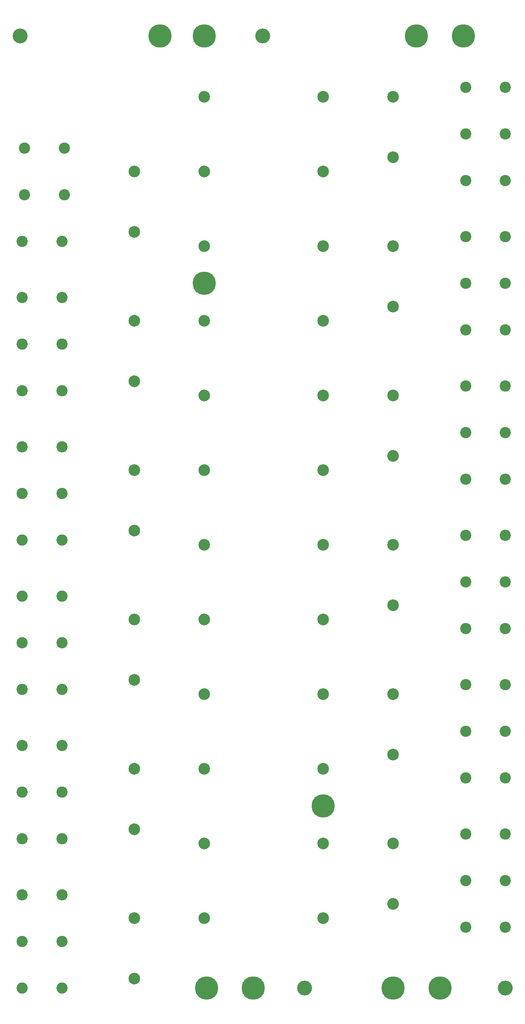
<source format=gbr>
%TF.GenerationSoftware,KiCad,Pcbnew,8.0.8*%
%TF.CreationDate,2025-05-01T13:08:28+01:00*%
%TF.ProjectId,VillardCascadingVoltageMultiplierSubcircuit,56696c6c-6172-4644-9361-73636164696e,rev?*%
%TF.SameCoordinates,Original*%
%TF.FileFunction,Copper,L1,Top*%
%TF.FilePolarity,Positive*%
%FSLAX46Y46*%
G04 Gerber Fmt 4.6, Leading zero omitted, Abs format (unit mm)*
G04 Created by KiCad (PCBNEW 8.0.8) date 2025-05-01 13:08:28*
%MOMM*%
%LPD*%
G01*
G04 APERTURE LIST*
%TA.AperFunction,ComponentPad*%
%ADD10C,2.400000*%
%TD*%
%TA.AperFunction,ComponentPad*%
%ADD11C,5.000000*%
%TD*%
%TA.AperFunction,ComponentPad*%
%ADD12C,2.500000*%
%TD*%
%TA.AperFunction,ComponentPad*%
%ADD13C,3.200000*%
%TD*%
G04 APERTURE END LIST*
D10*
%TO.P,R9,1*%
%TO.N,Net-(C3-Pad1)*%
X39500000Y-192500000D03*
%TO.P,R9,2*%
%TO.N,Net-(R8-Pad2)*%
X48000000Y-192500000D03*
%TD*%
D11*
%TO.P,J2,1,Pin_1*%
%TO.N,Net-(J1-Pin_1)*%
X89000000Y-244500000D03*
%TD*%
D10*
%TO.P,R15,1*%
%TO.N,Net-(C5-Pad1)*%
X39500000Y-160500000D03*
%TO.P,R15,2*%
%TO.N,Net-(R14-Pad2)*%
X48000000Y-160500000D03*
%TD*%
D12*
%TO.P,C10,1*%
%TO.N,Net-(C10-Pad1)*%
X119000000Y-85500000D03*
%TO.P,C10,2*%
%TO.N,Net-(C10-Pad2)*%
X119000000Y-98500000D03*
%TD*%
D13*
%TO.P,J11,1,Pin_1*%
%TO.N,unconnected-(J11-Pin_1-Pad1)*%
X100000000Y-244500000D03*
%TD*%
D10*
%TO.P,R21,1*%
%TO.N,Net-(C7-Pad1)*%
X39500000Y-128500000D03*
%TO.P,R21,2*%
%TO.N,Net-(R20-Pad2)*%
X48000000Y-128500000D03*
%TD*%
D12*
%TO.P,D11,1*%
%TO.N,Net-(J10-Pin_1)*%
X78500000Y-69500000D03*
%TO.P,D11,2*%
%TO.N,Net-(C10-Pad1)*%
X104000000Y-69500000D03*
%TD*%
D11*
%TO.P,J10,1,Pin_1*%
%TO.N,Net-(J10-Pin_1)*%
X69000000Y-40500000D03*
%TD*%
%TO.P,J8,1,Pin_1*%
%TO.N,Net-(J7-Pin_1)*%
X124000000Y-40500000D03*
%TD*%
D10*
%TO.P,R17,1*%
%TO.N,Net-(R16-Pad1)*%
X143000000Y-157500000D03*
%TO.P,R17,2*%
%TO.N,Net-(R17-Pad2)*%
X134500000Y-157500000D03*
%TD*%
D12*
%TO.P,D8,1*%
%TO.N,Net-(C10-Pad2)*%
X104000000Y-117500000D03*
%TO.P,D8,2*%
%TO.N,Net-(C7-Pad1)*%
X78500000Y-117500000D03*
%TD*%
D10*
%TO.P,R16,1*%
%TO.N,Net-(R16-Pad1)*%
X134500000Y-167500000D03*
%TO.P,R16,2*%
%TO.N,Net-(C4-Pad1)*%
X143000000Y-167500000D03*
%TD*%
%TO.P,R1,1*%
%TO.N,Net-(R1-Pad1)*%
X39500000Y-244500000D03*
%TO.P,R1,2*%
%TO.N,Net-(J1-Pin_1)*%
X48000000Y-244500000D03*
%TD*%
D11*
%TO.P,J6,1,Pin_1*%
%TO.N,Net-(J6-Pin_1)*%
X78500000Y-93500000D03*
%TD*%
%TO.P,J5,1,Pin_1*%
%TO.N,Net-(J5-Pin_1)*%
X104000000Y-205500000D03*
%TD*%
D12*
%TO.P,C7,1*%
%TO.N,Net-(C7-Pad1)*%
X63500000Y-133500000D03*
%TO.P,C7,2*%
%TO.N,Net-(C5-Pad1)*%
X63500000Y-146500000D03*
%TD*%
D10*
%TO.P,R30,2*%
%TO.N,Net-(R29-Pad2)*%
X143000000Y-83500000D03*
%TO.P,R30,1*%
%TO.N,Net-(C10-Pad1)*%
X134500000Y-83500000D03*
%TD*%
D12*
%TO.P,C8,1*%
%TO.N,Net-(C10-Pad2)*%
X119000000Y-117500000D03*
%TO.P,C8,2*%
%TO.N,Net-(C6-Pad1)*%
X119000000Y-130500000D03*
%TD*%
D10*
%TO.P,R3,1*%
%TO.N,Net-(C1-Pad1)*%
X39500000Y-224500000D03*
%TO.P,R3,2*%
%TO.N,Net-(R2-Pad2)*%
X48000000Y-224500000D03*
%TD*%
D12*
%TO.P,D2,1*%
%TO.N,Net-(J5-Pin_1)*%
X104000000Y-213500000D03*
%TO.P,D2,2*%
%TO.N,Net-(C1-Pad1)*%
X78500000Y-213500000D03*
%TD*%
D10*
%TO.P,R36,1*%
%TO.N,Net-(J7-Pin_1)*%
X134500000Y-51500000D03*
%TO.P,R36,2*%
%TO.N,Net-(R35-Pad2)*%
X143000000Y-51500000D03*
%TD*%
%TO.P,R18,1*%
%TO.N,Net-(C6-Pad1)*%
X134500000Y-147500000D03*
%TO.P,R18,2*%
%TO.N,Net-(R17-Pad2)*%
X143000000Y-147500000D03*
%TD*%
%TO.P,R33,1*%
%TO.N,Net-(J10-Pin_1)*%
X40000000Y-64500000D03*
%TO.P,R33,2*%
%TO.N,Net-(R32-Pad2)*%
X48500000Y-64500000D03*
%TD*%
D13*
%TO.P,J14,1,Pin_1*%
%TO.N,unconnected-(J14-Pin_1-Pad1)*%
X143000000Y-244500000D03*
%TD*%
D12*
%TO.P,C2,1*%
%TO.N,Net-(J5-Pin_1)*%
X119000000Y-213500000D03*
%TO.P,C2,2*%
%TO.N,Net-(J3-Pin_1)*%
X119000000Y-226500000D03*
%TD*%
%TO.P,C12,1*%
%TO.N,Net-(J7-Pin_1)*%
X119000000Y-53500000D03*
%TO.P,C12,2*%
%TO.N,Net-(C10-Pad1)*%
X119000000Y-66500000D03*
%TD*%
D10*
%TO.P,R27,1*%
%TO.N,Net-(J6-Pin_1)*%
X39500000Y-96500000D03*
%TO.P,R27,2*%
%TO.N,Net-(R26-Pad2)*%
X48000000Y-96500000D03*
%TD*%
D11*
%TO.P,J7,1,Pin_1*%
%TO.N,Net-(J7-Pin_1)*%
X134000000Y-40500000D03*
%TD*%
D10*
%TO.P,R35,1*%
%TO.N,Net-(R34-Pad1)*%
X143000000Y-61500000D03*
%TO.P,R35,2*%
%TO.N,Net-(R35-Pad2)*%
X134500000Y-61500000D03*
%TD*%
%TO.P,R12,1*%
%TO.N,Net-(C4-Pad1)*%
X134500000Y-179500000D03*
%TO.P,R12,2*%
%TO.N,Net-(R11-Pad2)*%
X143000000Y-179500000D03*
%TD*%
%TO.P,R4,1*%
%TO.N,Net-(R4-Pad1)*%
X134500000Y-231500000D03*
%TO.P,R4,2*%
%TO.N,Net-(J3-Pin_1)*%
X143000000Y-231500000D03*
%TD*%
D11*
%TO.P,J9,1,Pin_1*%
%TO.N,Net-(J10-Pin_1)*%
X78500000Y-40500000D03*
%TD*%
%TO.P,J1,1,Pin_1*%
%TO.N,Net-(J1-Pin_1)*%
X79000000Y-244500000D03*
%TD*%
D10*
%TO.P,R5,1*%
%TO.N,Net-(R4-Pad1)*%
X143000000Y-221500000D03*
%TO.P,R5,2*%
%TO.N,Net-(R5-Pad2)*%
X134500000Y-221500000D03*
%TD*%
D12*
%TO.P,D12,1*%
%TO.N,Net-(J7-Pin_1)*%
X104000000Y-53500000D03*
%TO.P,D12,2*%
%TO.N,Net-(J10-Pin_1)*%
X78500000Y-53500000D03*
%TD*%
D10*
%TO.P,R28,1*%
%TO.N,Net-(R28-Pad1)*%
X134500000Y-103500000D03*
%TO.P,R28,2*%
%TO.N,Net-(C10-Pad2)*%
X143000000Y-103500000D03*
%TD*%
D12*
%TO.P,D6,1*%
%TO.N,Net-(C6-Pad1)*%
X104000000Y-149500000D03*
%TO.P,D6,2*%
%TO.N,Net-(C5-Pad1)*%
X78500000Y-149500000D03*
%TD*%
%TO.P,D9,1*%
%TO.N,Net-(J6-Pin_1)*%
X78500000Y-101500000D03*
%TO.P,D9,2*%
%TO.N,Net-(C10-Pad2)*%
X104000000Y-101500000D03*
%TD*%
D10*
%TO.P,R6,1*%
%TO.N,Net-(J5-Pin_1)*%
X134500000Y-211500000D03*
%TO.P,R6,2*%
%TO.N,Net-(R5-Pad2)*%
X143000000Y-211500000D03*
%TD*%
D13*
%TO.P,J13,1,Pin_1*%
%TO.N,unconnected-(J13-Pin_1-Pad1)*%
X91000000Y-40500000D03*
%TD*%
D10*
%TO.P,R20,1*%
%TO.N,Net-(R19-Pad1)*%
X48000000Y-138500000D03*
%TO.P,R20,2*%
%TO.N,Net-(R20-Pad2)*%
X39500000Y-138500000D03*
%TD*%
%TO.P,R10,1*%
%TO.N,Net-(R10-Pad1)*%
X134500000Y-199500000D03*
%TO.P,R10,2*%
%TO.N,Net-(J5-Pin_1)*%
X143000000Y-199500000D03*
%TD*%
%TO.P,R7,1*%
%TO.N,Net-(R7-Pad1)*%
X39500000Y-212500000D03*
%TO.P,R7,2*%
%TO.N,Net-(C1-Pad1)*%
X48000000Y-212500000D03*
%TD*%
%TO.P,R14,1*%
%TO.N,Net-(R13-Pad1)*%
X48000000Y-170500000D03*
%TO.P,R14,2*%
%TO.N,Net-(R14-Pad2)*%
X39500000Y-170500000D03*
%TD*%
D12*
%TO.P,D4,1*%
%TO.N,Net-(C4-Pad1)*%
X104000000Y-181500000D03*
%TO.P,D4,2*%
%TO.N,Net-(C3-Pad1)*%
X78500000Y-181500000D03*
%TD*%
%TO.P,D3,1*%
%TO.N,Net-(C3-Pad1)*%
X78500000Y-197500000D03*
%TO.P,D3,2*%
%TO.N,Net-(J5-Pin_1)*%
X104000000Y-197500000D03*
%TD*%
D10*
%TO.P,R31,1*%
%TO.N,Net-(R31-Pad1)*%
X39500000Y-84500000D03*
%TO.P,R31,2*%
%TO.N,Net-(J6-Pin_1)*%
X48000000Y-84500000D03*
%TD*%
%TO.P,R29,1*%
%TO.N,Net-(R28-Pad1)*%
X143000000Y-93500000D03*
%TO.P,R29,2*%
%TO.N,Net-(R29-Pad2)*%
X134500000Y-93500000D03*
%TD*%
D12*
%TO.P,C1,1*%
%TO.N,Net-(C1-Pad1)*%
X63500000Y-229500000D03*
%TO.P,C1,2*%
%TO.N,Net-(J1-Pin_1)*%
X63500000Y-242500000D03*
%TD*%
D10*
%TO.P,R32,1*%
%TO.N,Net-(R31-Pad1)*%
X48500000Y-74500000D03*
%TO.P,R32,2*%
%TO.N,Net-(R32-Pad2)*%
X40000000Y-74500000D03*
%TD*%
%TO.P,R22,1*%
%TO.N,Net-(R22-Pad1)*%
X134500000Y-135500000D03*
%TO.P,R22,2*%
%TO.N,Net-(C6-Pad1)*%
X143000000Y-135500000D03*
%TD*%
D12*
%TO.P,D1,1*%
%TO.N,Net-(C1-Pad1)*%
X78500000Y-229500000D03*
%TO.P,D1,2*%
%TO.N,Net-(J3-Pin_1)*%
X104000000Y-229500000D03*
%TD*%
D10*
%TO.P,R11,1*%
%TO.N,Net-(R10-Pad1)*%
X143000000Y-189500000D03*
%TO.P,R11,2*%
%TO.N,Net-(R11-Pad2)*%
X134500000Y-189500000D03*
%TD*%
%TO.P,R25,1*%
%TO.N,Net-(R25-Pad1)*%
X39500000Y-116500000D03*
%TO.P,R25,2*%
%TO.N,Net-(C7-Pad1)*%
X48000000Y-116500000D03*
%TD*%
D12*
%TO.P,D10,1*%
%TO.N,Net-(C10-Pad1)*%
X104000000Y-85500000D03*
%TO.P,D10,2*%
%TO.N,Net-(J6-Pin_1)*%
X78500000Y-85500000D03*
%TD*%
D10*
%TO.P,R19,1*%
%TO.N,Net-(R19-Pad1)*%
X39500000Y-148500000D03*
%TO.P,R19,2*%
%TO.N,Net-(C5-Pad1)*%
X48000000Y-148500000D03*
%TD*%
D11*
%TO.P,J4,1,Pin_1*%
%TO.N,Net-(J3-Pin_1)*%
X129000000Y-244500000D03*
%TD*%
D10*
%TO.P,R8,1*%
%TO.N,Net-(R7-Pad1)*%
X48000000Y-202500000D03*
%TO.P,R8,2*%
%TO.N,Net-(R8-Pad2)*%
X39500000Y-202500000D03*
%TD*%
%TO.P,R24,1*%
%TO.N,Net-(C10-Pad2)*%
X134500000Y-115500000D03*
%TO.P,R24,2*%
%TO.N,Net-(R23-Pad2)*%
X143000000Y-115500000D03*
%TD*%
D12*
%TO.P,D5,1*%
%TO.N,Net-(C5-Pad1)*%
X78500000Y-165500000D03*
%TO.P,D5,2*%
%TO.N,Net-(C4-Pad1)*%
X104000000Y-165500000D03*
%TD*%
%TO.P,C4,1*%
%TO.N,Net-(C4-Pad1)*%
X119000000Y-181500000D03*
%TO.P,C4,2*%
%TO.N,Net-(J5-Pin_1)*%
X119000000Y-194500000D03*
%TD*%
D11*
%TO.P,J3,1,Pin_1*%
%TO.N,Net-(J3-Pin_1)*%
X119000000Y-244500000D03*
%TD*%
D10*
%TO.P,R34,1*%
%TO.N,Net-(R34-Pad1)*%
X134500000Y-71500000D03*
%TO.P,R34,2*%
%TO.N,Net-(C10-Pad1)*%
X143000000Y-71500000D03*
%TD*%
%TO.P,R26,2*%
%TO.N,Net-(R26-Pad2)*%
X39500000Y-106500000D03*
%TO.P,R26,1*%
%TO.N,Net-(R25-Pad1)*%
X48000000Y-106500000D03*
%TD*%
D12*
%TO.P,C5,1*%
%TO.N,Net-(C5-Pad1)*%
X63500000Y-165500000D03*
%TO.P,C5,2*%
%TO.N,Net-(C3-Pad1)*%
X63500000Y-178500000D03*
%TD*%
D10*
%TO.P,R13,1*%
%TO.N,Net-(R13-Pad1)*%
X39500000Y-180500000D03*
%TO.P,R13,2*%
%TO.N,Net-(C3-Pad1)*%
X48000000Y-180500000D03*
%TD*%
D12*
%TO.P,C6,1*%
%TO.N,Net-(C6-Pad1)*%
X119000000Y-149500000D03*
%TO.P,C6,2*%
%TO.N,Net-(C4-Pad1)*%
X119000000Y-162500000D03*
%TD*%
%TO.P,C9,1*%
%TO.N,Net-(J6-Pin_1)*%
X63500000Y-101500000D03*
%TO.P,C9,2*%
%TO.N,Net-(C7-Pad1)*%
X63500000Y-114500000D03*
%TD*%
D10*
%TO.P,R2,1*%
%TO.N,Net-(R1-Pad1)*%
X48000000Y-234500000D03*
%TO.P,R2,2*%
%TO.N,Net-(R2-Pad2)*%
X39500000Y-234500000D03*
%TD*%
%TO.P,R23,2*%
%TO.N,Net-(R23-Pad2)*%
X134500000Y-125500000D03*
%TO.P,R23,1*%
%TO.N,Net-(R22-Pad1)*%
X143000000Y-125500000D03*
%TD*%
D12*
%TO.P,D7,1*%
%TO.N,Net-(C7-Pad1)*%
X78500000Y-133500000D03*
%TO.P,D7,2*%
%TO.N,Net-(C6-Pad1)*%
X104000000Y-133500000D03*
%TD*%
D13*
%TO.P,J12,1,Pin_1*%
%TO.N,unconnected-(J12-Pin_1-Pad1)*%
X39000000Y-40500000D03*
%TD*%
D12*
%TO.P,C11,1*%
%TO.N,Net-(J10-Pin_1)*%
X63500000Y-69500000D03*
%TO.P,C11,2*%
%TO.N,Net-(J6-Pin_1)*%
X63500000Y-82500000D03*
%TD*%
%TO.P,C3,1*%
%TO.N,Net-(C3-Pad1)*%
X63500000Y-197500000D03*
%TO.P,C3,2*%
%TO.N,Net-(C1-Pad1)*%
X63500000Y-210500000D03*
%TD*%
M02*

</source>
